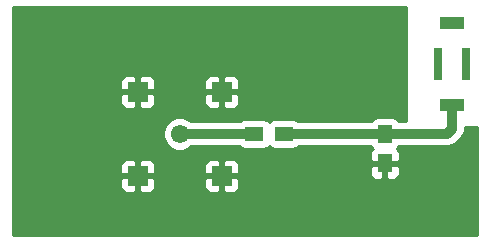
<source format=gbr>
G04 #@! TF.FileFunction,Copper,L1,Top,Signal*
%FSLAX46Y46*%
G04 Gerber Fmt 4.6, Leading zero omitted, Abs format (unit mm)*
G04 Created by KiCad (PCBNEW 4.0.5) date 05/07/17 17:18:14*
%MOMM*%
%LPD*%
G01*
G04 APERTURE LIST*
%ADD10C,0.100000*%
%ADD11C,1.000000*%
%ADD12R,0.800000X2.800000*%
%ADD13R,2.000000X1.000000*%
%ADD14R,1.651000X1.651000*%
%ADD15C,1.550000*%
%ADD16R,1.250000X1.500000*%
%ADD17R,1.500000X1.250000*%
%ADD18C,0.838200*%
%ADD19C,0.254000*%
G04 APERTURE END LIST*
D10*
D11*
X117602000Y-112649000D03*
X115697000Y-112649000D03*
X113665000Y-112649000D03*
X104267000Y-113030000D03*
X106172000Y-112776000D03*
X108204000Y-112776000D03*
X99949000Y-113030000D03*
X102108000Y-113030000D03*
X110109000Y-112776000D03*
X118872000Y-111252000D03*
X118872000Y-115062000D03*
X118872000Y-113284000D03*
X118872000Y-117094000D03*
X116840000Y-118745000D03*
X118872000Y-118745000D03*
X83312000Y-118745000D03*
X85344000Y-118745000D03*
X89408000Y-118745000D03*
X87376000Y-118745000D03*
X96012000Y-118745000D03*
X98044000Y-118745000D03*
X93726000Y-118745000D03*
X91694000Y-118745000D03*
X115062000Y-118745000D03*
X102108000Y-118745000D03*
X100076000Y-118745000D03*
X106426000Y-118745000D03*
X104394000Y-118745000D03*
X113030000Y-118745000D03*
X110744000Y-118745000D03*
X108712000Y-118745000D03*
X81280000Y-118618000D03*
X81280000Y-116586000D03*
X81280000Y-112776000D03*
X81280000Y-114554000D03*
X81280000Y-110744000D03*
X81280000Y-102997000D03*
X81280000Y-106807000D03*
X81280000Y-105029000D03*
X81280000Y-108839000D03*
X90932000Y-111887000D03*
X90932000Y-110109000D03*
X95631000Y-114808000D03*
X93599000Y-114808000D03*
X93472000Y-114808000D03*
X95504000Y-114808000D03*
X95631000Y-107696000D03*
X93599000Y-107696000D03*
X93726000Y-107696000D03*
X95758000Y-107696000D03*
X111252000Y-108966000D03*
X106680000Y-101092000D03*
X108712000Y-101092000D03*
X110998000Y-101092000D03*
X102362000Y-101092000D03*
X104394000Y-101092000D03*
X113030000Y-108712000D03*
X113030000Y-104902000D03*
X113030000Y-106680000D03*
X113030000Y-102870000D03*
X98044000Y-101092000D03*
X100076000Y-101092000D03*
X102870000Y-109220000D03*
X100838000Y-109220000D03*
X109474000Y-109220000D03*
X113030000Y-101092000D03*
X107188000Y-109220000D03*
X105156000Y-109220000D03*
X89662000Y-101092000D03*
X91694000Y-101092000D03*
X96012000Y-101092000D03*
X93980000Y-101092000D03*
X85344000Y-101092000D03*
X87376000Y-101092000D03*
X83312000Y-101092000D03*
D12*
X116331200Y-105202000D03*
D13*
X117551200Y-101712000D03*
X117551200Y-108712000D03*
D12*
X118771200Y-105212000D03*
D14*
X90932000Y-114681000D03*
X98044000Y-107569000D03*
X90932000Y-107569000D03*
X98044000Y-114681000D03*
D15*
X94488000Y-111125000D03*
D16*
X111848900Y-111119600D03*
X111848900Y-113619600D03*
D17*
X103307200Y-111125000D03*
X100807200Y-111125000D03*
D11*
X81280000Y-101092000D03*
D18*
X111848900Y-111119600D02*
X103312600Y-111119600D01*
X103312600Y-111119600D02*
X103307200Y-111125000D01*
X117551200Y-108712000D02*
X117551200Y-110705900D01*
X117137500Y-111119600D02*
X111848900Y-111119600D01*
X117551200Y-110705900D02*
X117137500Y-111119600D01*
X100807200Y-111125000D02*
X94488000Y-111125000D01*
X94513400Y-111150400D02*
X94488000Y-111125000D01*
D19*
G36*
X113665000Y-110065500D02*
X113032801Y-110065500D01*
X112937990Y-109918159D01*
X112725790Y-109773169D01*
X112473900Y-109722160D01*
X111223900Y-109722160D01*
X110988583Y-109766438D01*
X110772459Y-109905510D01*
X110663143Y-110065500D01*
X104532191Y-110065500D01*
X104521290Y-110048559D01*
X104309090Y-109903569D01*
X104057200Y-109852560D01*
X102557200Y-109852560D01*
X102321883Y-109896838D01*
X102105759Y-110035910D01*
X102058066Y-110105711D01*
X102021290Y-110048559D01*
X101809090Y-109903569D01*
X101557200Y-109852560D01*
X100057200Y-109852560D01*
X99821883Y-109896838D01*
X99605759Y-110035910D01*
X99581851Y-110070900D01*
X95428042Y-110070900D01*
X95287744Y-109930357D01*
X94769697Y-109715245D01*
X94208764Y-109714755D01*
X93690342Y-109928963D01*
X93293357Y-110325256D01*
X93078245Y-110843303D01*
X93077755Y-111404236D01*
X93291963Y-111922658D01*
X93688256Y-112319643D01*
X94206303Y-112534755D01*
X94767236Y-112535245D01*
X95285658Y-112321037D01*
X95427843Y-112179100D01*
X99578734Y-112179100D01*
X99593110Y-112201441D01*
X99805310Y-112346431D01*
X100057200Y-112397440D01*
X101557200Y-112397440D01*
X101792517Y-112353162D01*
X102008641Y-112214090D01*
X102056334Y-112144289D01*
X102093110Y-112201441D01*
X102305310Y-112346431D01*
X102557200Y-112397440D01*
X104057200Y-112397440D01*
X104292517Y-112353162D01*
X104508641Y-112214090D01*
X104536238Y-112173700D01*
X110664999Y-112173700D01*
X110759810Y-112321041D01*
X110827906Y-112367569D01*
X110685573Y-112509902D01*
X110588900Y-112743291D01*
X110588900Y-113333850D01*
X110747650Y-113492600D01*
X111721900Y-113492600D01*
X111721900Y-113472600D01*
X111975900Y-113472600D01*
X111975900Y-113492600D01*
X112950150Y-113492600D01*
X113108900Y-113333850D01*
X113108900Y-112743291D01*
X113012227Y-112509902D01*
X112870990Y-112368664D01*
X112925341Y-112333690D01*
X113034657Y-112173700D01*
X117137500Y-112173700D01*
X117540887Y-112093461D01*
X117882861Y-111864961D01*
X118296561Y-111451261D01*
X118497590Y-111150400D01*
X118525061Y-111109287D01*
X118605300Y-110705900D01*
X118605300Y-110566200D01*
X119659400Y-110566200D01*
X119659400Y-119659400D01*
X80391000Y-119659400D01*
X80391000Y-114966750D01*
X89471500Y-114966750D01*
X89471500Y-115632810D01*
X89568173Y-115866199D01*
X89746802Y-116044827D01*
X89980191Y-116141500D01*
X90646250Y-116141500D01*
X90805000Y-115982750D01*
X90805000Y-114808000D01*
X91059000Y-114808000D01*
X91059000Y-115982750D01*
X91217750Y-116141500D01*
X91883809Y-116141500D01*
X92117198Y-116044827D01*
X92295827Y-115866199D01*
X92392500Y-115632810D01*
X92392500Y-114966750D01*
X96583500Y-114966750D01*
X96583500Y-115632810D01*
X96680173Y-115866199D01*
X96858802Y-116044827D01*
X97092191Y-116141500D01*
X97758250Y-116141500D01*
X97917000Y-115982750D01*
X97917000Y-114808000D01*
X98171000Y-114808000D01*
X98171000Y-115982750D01*
X98329750Y-116141500D01*
X98995809Y-116141500D01*
X99229198Y-116044827D01*
X99407827Y-115866199D01*
X99504500Y-115632810D01*
X99504500Y-114966750D01*
X99345750Y-114808000D01*
X98171000Y-114808000D01*
X97917000Y-114808000D01*
X96742250Y-114808000D01*
X96583500Y-114966750D01*
X92392500Y-114966750D01*
X92233750Y-114808000D01*
X91059000Y-114808000D01*
X90805000Y-114808000D01*
X89630250Y-114808000D01*
X89471500Y-114966750D01*
X80391000Y-114966750D01*
X80391000Y-113729190D01*
X89471500Y-113729190D01*
X89471500Y-114395250D01*
X89630250Y-114554000D01*
X90805000Y-114554000D01*
X90805000Y-113379250D01*
X91059000Y-113379250D01*
X91059000Y-114554000D01*
X92233750Y-114554000D01*
X92392500Y-114395250D01*
X92392500Y-113729190D01*
X96583500Y-113729190D01*
X96583500Y-114395250D01*
X96742250Y-114554000D01*
X97917000Y-114554000D01*
X97917000Y-113379250D01*
X98171000Y-113379250D01*
X98171000Y-114554000D01*
X99345750Y-114554000D01*
X99504500Y-114395250D01*
X99504500Y-113905350D01*
X110588900Y-113905350D01*
X110588900Y-114495909D01*
X110685573Y-114729298D01*
X110864201Y-114907927D01*
X111097590Y-115004600D01*
X111563150Y-115004600D01*
X111721900Y-114845850D01*
X111721900Y-113746600D01*
X111975900Y-113746600D01*
X111975900Y-114845850D01*
X112134650Y-115004600D01*
X112600210Y-115004600D01*
X112833599Y-114907927D01*
X113012227Y-114729298D01*
X113108900Y-114495909D01*
X113108900Y-113905350D01*
X112950150Y-113746600D01*
X111975900Y-113746600D01*
X111721900Y-113746600D01*
X110747650Y-113746600D01*
X110588900Y-113905350D01*
X99504500Y-113905350D01*
X99504500Y-113729190D01*
X99407827Y-113495801D01*
X99229198Y-113317173D01*
X98995809Y-113220500D01*
X98329750Y-113220500D01*
X98171000Y-113379250D01*
X97917000Y-113379250D01*
X97758250Y-113220500D01*
X97092191Y-113220500D01*
X96858802Y-113317173D01*
X96680173Y-113495801D01*
X96583500Y-113729190D01*
X92392500Y-113729190D01*
X92295827Y-113495801D01*
X92117198Y-113317173D01*
X91883809Y-113220500D01*
X91217750Y-113220500D01*
X91059000Y-113379250D01*
X90805000Y-113379250D01*
X90646250Y-113220500D01*
X89980191Y-113220500D01*
X89746802Y-113317173D01*
X89568173Y-113495801D01*
X89471500Y-113729190D01*
X80391000Y-113729190D01*
X80391000Y-107854750D01*
X89471500Y-107854750D01*
X89471500Y-108520810D01*
X89568173Y-108754199D01*
X89746802Y-108932827D01*
X89980191Y-109029500D01*
X90646250Y-109029500D01*
X90805000Y-108870750D01*
X90805000Y-107696000D01*
X91059000Y-107696000D01*
X91059000Y-108870750D01*
X91217750Y-109029500D01*
X91883809Y-109029500D01*
X92117198Y-108932827D01*
X92295827Y-108754199D01*
X92392500Y-108520810D01*
X92392500Y-107854750D01*
X96583500Y-107854750D01*
X96583500Y-108520810D01*
X96680173Y-108754199D01*
X96858802Y-108932827D01*
X97092191Y-109029500D01*
X97758250Y-109029500D01*
X97917000Y-108870750D01*
X97917000Y-107696000D01*
X98171000Y-107696000D01*
X98171000Y-108870750D01*
X98329750Y-109029500D01*
X98995809Y-109029500D01*
X99229198Y-108932827D01*
X99407827Y-108754199D01*
X99504500Y-108520810D01*
X99504500Y-107854750D01*
X99345750Y-107696000D01*
X98171000Y-107696000D01*
X97917000Y-107696000D01*
X96742250Y-107696000D01*
X96583500Y-107854750D01*
X92392500Y-107854750D01*
X92233750Y-107696000D01*
X91059000Y-107696000D01*
X90805000Y-107696000D01*
X89630250Y-107696000D01*
X89471500Y-107854750D01*
X80391000Y-107854750D01*
X80391000Y-106617190D01*
X89471500Y-106617190D01*
X89471500Y-107283250D01*
X89630250Y-107442000D01*
X90805000Y-107442000D01*
X90805000Y-106267250D01*
X91059000Y-106267250D01*
X91059000Y-107442000D01*
X92233750Y-107442000D01*
X92392500Y-107283250D01*
X92392500Y-106617190D01*
X96583500Y-106617190D01*
X96583500Y-107283250D01*
X96742250Y-107442000D01*
X97917000Y-107442000D01*
X97917000Y-106267250D01*
X98171000Y-106267250D01*
X98171000Y-107442000D01*
X99345750Y-107442000D01*
X99504500Y-107283250D01*
X99504500Y-106617190D01*
X99407827Y-106383801D01*
X99229198Y-106205173D01*
X98995809Y-106108500D01*
X98329750Y-106108500D01*
X98171000Y-106267250D01*
X97917000Y-106267250D01*
X97758250Y-106108500D01*
X97092191Y-106108500D01*
X96858802Y-106205173D01*
X96680173Y-106383801D01*
X96583500Y-106617190D01*
X92392500Y-106617190D01*
X92295827Y-106383801D01*
X92117198Y-106205173D01*
X91883809Y-106108500D01*
X91217750Y-106108500D01*
X91059000Y-106267250D01*
X90805000Y-106267250D01*
X90646250Y-106108500D01*
X89980191Y-106108500D01*
X89746802Y-106205173D01*
X89568173Y-106383801D01*
X89471500Y-106617190D01*
X80391000Y-106617190D01*
X80391000Y-100406200D01*
X113665000Y-100406200D01*
X113665000Y-110065500D01*
X113665000Y-110065500D01*
G37*
X113665000Y-110065500D02*
X113032801Y-110065500D01*
X112937990Y-109918159D01*
X112725790Y-109773169D01*
X112473900Y-109722160D01*
X111223900Y-109722160D01*
X110988583Y-109766438D01*
X110772459Y-109905510D01*
X110663143Y-110065500D01*
X104532191Y-110065500D01*
X104521290Y-110048559D01*
X104309090Y-109903569D01*
X104057200Y-109852560D01*
X102557200Y-109852560D01*
X102321883Y-109896838D01*
X102105759Y-110035910D01*
X102058066Y-110105711D01*
X102021290Y-110048559D01*
X101809090Y-109903569D01*
X101557200Y-109852560D01*
X100057200Y-109852560D01*
X99821883Y-109896838D01*
X99605759Y-110035910D01*
X99581851Y-110070900D01*
X95428042Y-110070900D01*
X95287744Y-109930357D01*
X94769697Y-109715245D01*
X94208764Y-109714755D01*
X93690342Y-109928963D01*
X93293357Y-110325256D01*
X93078245Y-110843303D01*
X93077755Y-111404236D01*
X93291963Y-111922658D01*
X93688256Y-112319643D01*
X94206303Y-112534755D01*
X94767236Y-112535245D01*
X95285658Y-112321037D01*
X95427843Y-112179100D01*
X99578734Y-112179100D01*
X99593110Y-112201441D01*
X99805310Y-112346431D01*
X100057200Y-112397440D01*
X101557200Y-112397440D01*
X101792517Y-112353162D01*
X102008641Y-112214090D01*
X102056334Y-112144289D01*
X102093110Y-112201441D01*
X102305310Y-112346431D01*
X102557200Y-112397440D01*
X104057200Y-112397440D01*
X104292517Y-112353162D01*
X104508641Y-112214090D01*
X104536238Y-112173700D01*
X110664999Y-112173700D01*
X110759810Y-112321041D01*
X110827906Y-112367569D01*
X110685573Y-112509902D01*
X110588900Y-112743291D01*
X110588900Y-113333850D01*
X110747650Y-113492600D01*
X111721900Y-113492600D01*
X111721900Y-113472600D01*
X111975900Y-113472600D01*
X111975900Y-113492600D01*
X112950150Y-113492600D01*
X113108900Y-113333850D01*
X113108900Y-112743291D01*
X113012227Y-112509902D01*
X112870990Y-112368664D01*
X112925341Y-112333690D01*
X113034657Y-112173700D01*
X117137500Y-112173700D01*
X117540887Y-112093461D01*
X117882861Y-111864961D01*
X118296561Y-111451261D01*
X118497590Y-111150400D01*
X118525061Y-111109287D01*
X118605300Y-110705900D01*
X118605300Y-110566200D01*
X119659400Y-110566200D01*
X119659400Y-119659400D01*
X80391000Y-119659400D01*
X80391000Y-114966750D01*
X89471500Y-114966750D01*
X89471500Y-115632810D01*
X89568173Y-115866199D01*
X89746802Y-116044827D01*
X89980191Y-116141500D01*
X90646250Y-116141500D01*
X90805000Y-115982750D01*
X90805000Y-114808000D01*
X91059000Y-114808000D01*
X91059000Y-115982750D01*
X91217750Y-116141500D01*
X91883809Y-116141500D01*
X92117198Y-116044827D01*
X92295827Y-115866199D01*
X92392500Y-115632810D01*
X92392500Y-114966750D01*
X96583500Y-114966750D01*
X96583500Y-115632810D01*
X96680173Y-115866199D01*
X96858802Y-116044827D01*
X97092191Y-116141500D01*
X97758250Y-116141500D01*
X97917000Y-115982750D01*
X97917000Y-114808000D01*
X98171000Y-114808000D01*
X98171000Y-115982750D01*
X98329750Y-116141500D01*
X98995809Y-116141500D01*
X99229198Y-116044827D01*
X99407827Y-115866199D01*
X99504500Y-115632810D01*
X99504500Y-114966750D01*
X99345750Y-114808000D01*
X98171000Y-114808000D01*
X97917000Y-114808000D01*
X96742250Y-114808000D01*
X96583500Y-114966750D01*
X92392500Y-114966750D01*
X92233750Y-114808000D01*
X91059000Y-114808000D01*
X90805000Y-114808000D01*
X89630250Y-114808000D01*
X89471500Y-114966750D01*
X80391000Y-114966750D01*
X80391000Y-113729190D01*
X89471500Y-113729190D01*
X89471500Y-114395250D01*
X89630250Y-114554000D01*
X90805000Y-114554000D01*
X90805000Y-113379250D01*
X91059000Y-113379250D01*
X91059000Y-114554000D01*
X92233750Y-114554000D01*
X92392500Y-114395250D01*
X92392500Y-113729190D01*
X96583500Y-113729190D01*
X96583500Y-114395250D01*
X96742250Y-114554000D01*
X97917000Y-114554000D01*
X97917000Y-113379250D01*
X98171000Y-113379250D01*
X98171000Y-114554000D01*
X99345750Y-114554000D01*
X99504500Y-114395250D01*
X99504500Y-113905350D01*
X110588900Y-113905350D01*
X110588900Y-114495909D01*
X110685573Y-114729298D01*
X110864201Y-114907927D01*
X111097590Y-115004600D01*
X111563150Y-115004600D01*
X111721900Y-114845850D01*
X111721900Y-113746600D01*
X111975900Y-113746600D01*
X111975900Y-114845850D01*
X112134650Y-115004600D01*
X112600210Y-115004600D01*
X112833599Y-114907927D01*
X113012227Y-114729298D01*
X113108900Y-114495909D01*
X113108900Y-113905350D01*
X112950150Y-113746600D01*
X111975900Y-113746600D01*
X111721900Y-113746600D01*
X110747650Y-113746600D01*
X110588900Y-113905350D01*
X99504500Y-113905350D01*
X99504500Y-113729190D01*
X99407827Y-113495801D01*
X99229198Y-113317173D01*
X98995809Y-113220500D01*
X98329750Y-113220500D01*
X98171000Y-113379250D01*
X97917000Y-113379250D01*
X97758250Y-113220500D01*
X97092191Y-113220500D01*
X96858802Y-113317173D01*
X96680173Y-113495801D01*
X96583500Y-113729190D01*
X92392500Y-113729190D01*
X92295827Y-113495801D01*
X92117198Y-113317173D01*
X91883809Y-113220500D01*
X91217750Y-113220500D01*
X91059000Y-113379250D01*
X90805000Y-113379250D01*
X90646250Y-113220500D01*
X89980191Y-113220500D01*
X89746802Y-113317173D01*
X89568173Y-113495801D01*
X89471500Y-113729190D01*
X80391000Y-113729190D01*
X80391000Y-107854750D01*
X89471500Y-107854750D01*
X89471500Y-108520810D01*
X89568173Y-108754199D01*
X89746802Y-108932827D01*
X89980191Y-109029500D01*
X90646250Y-109029500D01*
X90805000Y-108870750D01*
X90805000Y-107696000D01*
X91059000Y-107696000D01*
X91059000Y-108870750D01*
X91217750Y-109029500D01*
X91883809Y-109029500D01*
X92117198Y-108932827D01*
X92295827Y-108754199D01*
X92392500Y-108520810D01*
X92392500Y-107854750D01*
X96583500Y-107854750D01*
X96583500Y-108520810D01*
X96680173Y-108754199D01*
X96858802Y-108932827D01*
X97092191Y-109029500D01*
X97758250Y-109029500D01*
X97917000Y-108870750D01*
X97917000Y-107696000D01*
X98171000Y-107696000D01*
X98171000Y-108870750D01*
X98329750Y-109029500D01*
X98995809Y-109029500D01*
X99229198Y-108932827D01*
X99407827Y-108754199D01*
X99504500Y-108520810D01*
X99504500Y-107854750D01*
X99345750Y-107696000D01*
X98171000Y-107696000D01*
X97917000Y-107696000D01*
X96742250Y-107696000D01*
X96583500Y-107854750D01*
X92392500Y-107854750D01*
X92233750Y-107696000D01*
X91059000Y-107696000D01*
X90805000Y-107696000D01*
X89630250Y-107696000D01*
X89471500Y-107854750D01*
X80391000Y-107854750D01*
X80391000Y-106617190D01*
X89471500Y-106617190D01*
X89471500Y-107283250D01*
X89630250Y-107442000D01*
X90805000Y-107442000D01*
X90805000Y-106267250D01*
X91059000Y-106267250D01*
X91059000Y-107442000D01*
X92233750Y-107442000D01*
X92392500Y-107283250D01*
X92392500Y-106617190D01*
X96583500Y-106617190D01*
X96583500Y-107283250D01*
X96742250Y-107442000D01*
X97917000Y-107442000D01*
X97917000Y-106267250D01*
X98171000Y-106267250D01*
X98171000Y-107442000D01*
X99345750Y-107442000D01*
X99504500Y-107283250D01*
X99504500Y-106617190D01*
X99407827Y-106383801D01*
X99229198Y-106205173D01*
X98995809Y-106108500D01*
X98329750Y-106108500D01*
X98171000Y-106267250D01*
X97917000Y-106267250D01*
X97758250Y-106108500D01*
X97092191Y-106108500D01*
X96858802Y-106205173D01*
X96680173Y-106383801D01*
X96583500Y-106617190D01*
X92392500Y-106617190D01*
X92295827Y-106383801D01*
X92117198Y-106205173D01*
X91883809Y-106108500D01*
X91217750Y-106108500D01*
X91059000Y-106267250D01*
X90805000Y-106267250D01*
X90646250Y-106108500D01*
X89980191Y-106108500D01*
X89746802Y-106205173D01*
X89568173Y-106383801D01*
X89471500Y-106617190D01*
X80391000Y-106617190D01*
X80391000Y-100406200D01*
X113665000Y-100406200D01*
X113665000Y-110065500D01*
M02*

</source>
